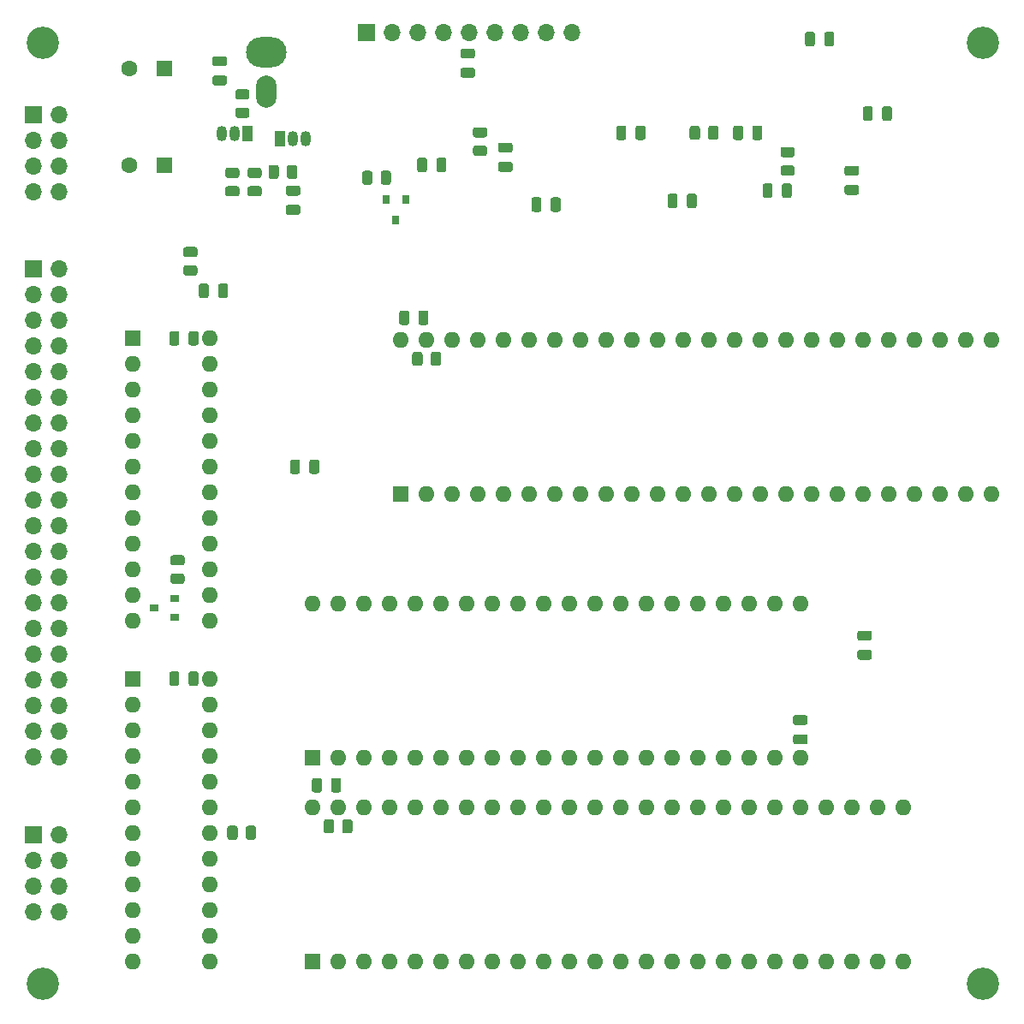
<source format=gbr>
%TF.GenerationSoftware,KiCad,Pcbnew,(5.1.9)-1*%
%TF.CreationDate,2022-02-06T01:16:42-05:00*%
%TF.ProjectId,main,6d61696e-2e6b-4696-9361-645f70636258,rev?*%
%TF.SameCoordinates,Original*%
%TF.FileFunction,Soldermask,Bot*%
%TF.FilePolarity,Negative*%
%FSLAX46Y46*%
G04 Gerber Fmt 4.6, Leading zero omitted, Abs format (unit mm)*
G04 Created by KiCad (PCBNEW (5.1.9)-1) date 2022-02-06 01:16:42*
%MOMM*%
%LPD*%
G01*
G04 APERTURE LIST*
%ADD10O,1.700000X1.700000*%
%ADD11R,1.700000X1.700000*%
%ADD12R,1.050000X1.500000*%
%ADD13O,1.050000X1.500000*%
%ADD14O,4.000000X3.000000*%
%ADD15O,2.000000X3.200000*%
%ADD16R,0.800000X0.900000*%
%ADD17R,0.900000X0.800000*%
%ADD18O,1.600000X1.600000*%
%ADD19R,1.600000X1.600000*%
%ADD20C,3.200000*%
%ADD21C,1.600000*%
G04 APERTURE END LIST*
%TO.C,C18*%
G36*
G01*
X41475000Y-25800000D02*
X40525000Y-25800000D01*
G75*
G02*
X40275000Y-25550000I0J250000D01*
G01*
X40275000Y-25050000D01*
G75*
G02*
X40525000Y-24800000I250000J0D01*
G01*
X41475000Y-24800000D01*
G75*
G02*
X41725000Y-25050000I0J-250000D01*
G01*
X41725000Y-25550000D01*
G75*
G02*
X41475000Y-25800000I-250000J0D01*
G01*
G37*
G36*
G01*
X41475000Y-27700000D02*
X40525000Y-27700000D01*
G75*
G02*
X40275000Y-27450000I0J250000D01*
G01*
X40275000Y-26950000D01*
G75*
G02*
X40525000Y-26700000I250000J0D01*
G01*
X41475000Y-26700000D01*
G75*
G02*
X41725000Y-26950000I0J-250000D01*
G01*
X41725000Y-27450000D01*
G75*
G02*
X41475000Y-27700000I-250000J0D01*
G01*
G37*
%TD*%
D10*
%TO.C,J4*%
X75820000Y-22500000D03*
X73280000Y-22500000D03*
X70740000Y-22500000D03*
X68200000Y-22500000D03*
X65660000Y-22500000D03*
X63120000Y-22500000D03*
X60580000Y-22500000D03*
X58040000Y-22500000D03*
D11*
X55500000Y-22500000D03*
%TD*%
%TO.C,R7*%
G36*
G01*
X42799999Y-29900000D02*
X43700001Y-29900000D01*
G75*
G02*
X43950000Y-30149999I0J-249999D01*
G01*
X43950000Y-30675001D01*
G75*
G02*
X43700001Y-30925000I-249999J0D01*
G01*
X42799999Y-30925000D01*
G75*
G02*
X42550000Y-30675001I0J249999D01*
G01*
X42550000Y-30149999D01*
G75*
G02*
X42799999Y-29900000I249999J0D01*
G01*
G37*
G36*
G01*
X42799999Y-28075000D02*
X43700001Y-28075000D01*
G75*
G02*
X43950000Y-28324999I0J-249999D01*
G01*
X43950000Y-28850001D01*
G75*
G02*
X43700001Y-29100000I-249999J0D01*
G01*
X42799999Y-29100000D01*
G75*
G02*
X42550000Y-28850001I0J249999D01*
G01*
X42550000Y-28324999D01*
G75*
G02*
X42799999Y-28075000I249999J0D01*
G01*
G37*
%TD*%
D12*
%TO.C,Q3*%
X47000000Y-33000000D03*
D13*
X49540000Y-33000000D03*
X48270000Y-33000000D03*
%TD*%
D14*
%TO.C,J3*%
X45650000Y-24400000D03*
D15*
X45650000Y-28300000D03*
%TD*%
%TO.C,R11*%
G36*
G01*
X56115000Y-36379999D02*
X56115000Y-37280001D01*
G75*
G02*
X55865001Y-37530000I-249999J0D01*
G01*
X55339999Y-37530000D01*
G75*
G02*
X55090000Y-37280001I0J249999D01*
G01*
X55090000Y-36379999D01*
G75*
G02*
X55339999Y-36130000I249999J0D01*
G01*
X55865001Y-36130000D01*
G75*
G02*
X56115000Y-36379999I0J-249999D01*
G01*
G37*
G36*
G01*
X57940000Y-36379999D02*
X57940000Y-37280001D01*
G75*
G02*
X57690001Y-37530000I-249999J0D01*
G01*
X57164999Y-37530000D01*
G75*
G02*
X56915000Y-37280001I0J249999D01*
G01*
X56915000Y-36379999D01*
G75*
G02*
X57164999Y-36130000I249999J0D01*
G01*
X57690001Y-36130000D01*
G75*
G02*
X57940000Y-36379999I0J-249999D01*
G01*
G37*
%TD*%
%TO.C,R8*%
G36*
G01*
X37280001Y-75165000D02*
X36379999Y-75165000D01*
G75*
G02*
X36130000Y-74915001I0J249999D01*
G01*
X36130000Y-74389999D01*
G75*
G02*
X36379999Y-74140000I249999J0D01*
G01*
X37280001Y-74140000D01*
G75*
G02*
X37530000Y-74389999I0J-249999D01*
G01*
X37530000Y-74915001D01*
G75*
G02*
X37280001Y-75165000I-249999J0D01*
G01*
G37*
G36*
G01*
X37280001Y-76990000D02*
X36379999Y-76990000D01*
G75*
G02*
X36130000Y-76740001I0J249999D01*
G01*
X36130000Y-76214999D01*
G75*
G02*
X36379999Y-75965000I249999J0D01*
G01*
X37280001Y-75965000D01*
G75*
G02*
X37530000Y-76214999I0J-249999D01*
G01*
X37530000Y-76740001D01*
G75*
G02*
X37280001Y-76990000I-249999J0D01*
G01*
G37*
%TD*%
%TO.C,R3*%
G36*
G01*
X42780000Y-101149999D02*
X42780000Y-102050001D01*
G75*
G02*
X42530001Y-102300000I-249999J0D01*
G01*
X42004999Y-102300000D01*
G75*
G02*
X41755000Y-102050001I0J249999D01*
G01*
X41755000Y-101149999D01*
G75*
G02*
X42004999Y-100900000I249999J0D01*
G01*
X42530001Y-100900000D01*
G75*
G02*
X42780000Y-101149999I0J-249999D01*
G01*
G37*
G36*
G01*
X44605000Y-101149999D02*
X44605000Y-102050001D01*
G75*
G02*
X44355001Y-102300000I-249999J0D01*
G01*
X43829999Y-102300000D01*
G75*
G02*
X43580000Y-102050001I0J249999D01*
G01*
X43580000Y-101149999D01*
G75*
G02*
X43829999Y-100900000I249999J0D01*
G01*
X44355001Y-100900000D01*
G75*
G02*
X44605000Y-101149999I0J-249999D01*
G01*
G37*
%TD*%
D16*
%TO.C,Q4*%
X58420000Y-41005000D03*
X59370000Y-39005000D03*
X57470000Y-39005000D03*
%TD*%
D17*
%TO.C,Q2*%
X34560000Y-79375000D03*
X36560000Y-80325000D03*
X36560000Y-78425000D03*
%TD*%
%TO.C,C17*%
G36*
G01*
X48735000Y-38605000D02*
X47785000Y-38605000D01*
G75*
G02*
X47535000Y-38355000I0J250000D01*
G01*
X47535000Y-37855000D01*
G75*
G02*
X47785000Y-37605000I250000J0D01*
G01*
X48735000Y-37605000D01*
G75*
G02*
X48985000Y-37855000I0J-250000D01*
G01*
X48985000Y-38355000D01*
G75*
G02*
X48735000Y-38605000I-250000J0D01*
G01*
G37*
G36*
G01*
X48735000Y-40505000D02*
X47785000Y-40505000D01*
G75*
G02*
X47535000Y-40255000I0J250000D01*
G01*
X47535000Y-39755000D01*
G75*
G02*
X47785000Y-39505000I250000J0D01*
G01*
X48735000Y-39505000D01*
G75*
G02*
X48985000Y-39755000I0J-250000D01*
G01*
X48985000Y-40255000D01*
G75*
G02*
X48735000Y-40505000I-250000J0D01*
G01*
G37*
%TD*%
%TO.C,C16*%
G36*
G01*
X87191000Y-39591000D02*
X87191000Y-38641000D01*
G75*
G02*
X87441000Y-38391000I250000J0D01*
G01*
X87941000Y-38391000D01*
G75*
G02*
X88191000Y-38641000I0J-250000D01*
G01*
X88191000Y-39591000D01*
G75*
G02*
X87941000Y-39841000I-250000J0D01*
G01*
X87441000Y-39841000D01*
G75*
G02*
X87191000Y-39591000I0J250000D01*
G01*
G37*
G36*
G01*
X85291000Y-39591000D02*
X85291000Y-38641000D01*
G75*
G02*
X85541000Y-38391000I250000J0D01*
G01*
X86041000Y-38391000D01*
G75*
G02*
X86291000Y-38641000I0J-250000D01*
G01*
X86291000Y-39591000D01*
G75*
G02*
X86041000Y-39841000I-250000J0D01*
G01*
X85541000Y-39841000D01*
G75*
G02*
X85291000Y-39591000I0J250000D01*
G01*
G37*
%TD*%
%TO.C,C15*%
G36*
G01*
X40836000Y-48481000D02*
X40836000Y-47531000D01*
G75*
G02*
X41086000Y-47281000I250000J0D01*
G01*
X41586000Y-47281000D01*
G75*
G02*
X41836000Y-47531000I0J-250000D01*
G01*
X41836000Y-48481000D01*
G75*
G02*
X41586000Y-48731000I-250000J0D01*
G01*
X41086000Y-48731000D01*
G75*
G02*
X40836000Y-48481000I0J250000D01*
G01*
G37*
G36*
G01*
X38936000Y-48481000D02*
X38936000Y-47531000D01*
G75*
G02*
X39186000Y-47281000I250000J0D01*
G01*
X39686000Y-47281000D01*
G75*
G02*
X39936000Y-47531000I0J-250000D01*
G01*
X39936000Y-48481000D01*
G75*
G02*
X39686000Y-48731000I-250000J0D01*
G01*
X39186000Y-48731000D01*
G75*
G02*
X38936000Y-48481000I0J250000D01*
G01*
G37*
%TD*%
%TO.C,C14*%
G36*
G01*
X99880000Y-22639000D02*
X99880000Y-23589000D01*
G75*
G02*
X99630000Y-23839000I-250000J0D01*
G01*
X99130000Y-23839000D01*
G75*
G02*
X98880000Y-23589000I0J250000D01*
G01*
X98880000Y-22639000D01*
G75*
G02*
X99130000Y-22389000I250000J0D01*
G01*
X99630000Y-22389000D01*
G75*
G02*
X99880000Y-22639000I0J-250000D01*
G01*
G37*
G36*
G01*
X101780000Y-22639000D02*
X101780000Y-23589000D01*
G75*
G02*
X101530000Y-23839000I-250000J0D01*
G01*
X101030000Y-23839000D01*
G75*
G02*
X100780000Y-23589000I0J250000D01*
G01*
X100780000Y-22639000D01*
G75*
G02*
X101030000Y-22389000I250000J0D01*
G01*
X101530000Y-22389000D01*
G75*
G02*
X101780000Y-22639000I0J-250000D01*
G01*
G37*
%TD*%
%TO.C,C13*%
G36*
G01*
X68775000Y-35250000D02*
X69725000Y-35250000D01*
G75*
G02*
X69975000Y-35500000I0J-250000D01*
G01*
X69975000Y-36000000D01*
G75*
G02*
X69725000Y-36250000I-250000J0D01*
G01*
X68775000Y-36250000D01*
G75*
G02*
X68525000Y-36000000I0J250000D01*
G01*
X68525000Y-35500000D01*
G75*
G02*
X68775000Y-35250000I250000J0D01*
G01*
G37*
G36*
G01*
X68775000Y-33350000D02*
X69725000Y-33350000D01*
G75*
G02*
X69975000Y-33600000I0J-250000D01*
G01*
X69975000Y-34100000D01*
G75*
G02*
X69725000Y-34350000I-250000J0D01*
G01*
X68775000Y-34350000D01*
G75*
G02*
X68525000Y-34100000I0J250000D01*
G01*
X68525000Y-33600000D01*
G75*
G02*
X68775000Y-33350000I250000J0D01*
G01*
G37*
%TD*%
%TO.C,C12*%
G36*
G01*
X103030000Y-37534000D02*
X103980000Y-37534000D01*
G75*
G02*
X104230000Y-37784000I0J-250000D01*
G01*
X104230000Y-38284000D01*
G75*
G02*
X103980000Y-38534000I-250000J0D01*
G01*
X103030000Y-38534000D01*
G75*
G02*
X102780000Y-38284000I0J250000D01*
G01*
X102780000Y-37784000D01*
G75*
G02*
X103030000Y-37534000I250000J0D01*
G01*
G37*
G36*
G01*
X103030000Y-35634000D02*
X103980000Y-35634000D01*
G75*
G02*
X104230000Y-35884000I0J-250000D01*
G01*
X104230000Y-36384000D01*
G75*
G02*
X103980000Y-36634000I-250000J0D01*
G01*
X103030000Y-36634000D01*
G75*
G02*
X102780000Y-36384000I0J250000D01*
G01*
X102780000Y-35884000D01*
G75*
G02*
X103030000Y-35634000I250000J0D01*
G01*
G37*
%TD*%
%TO.C,C11*%
G36*
G01*
X93668000Y-32860000D02*
X93668000Y-31910000D01*
G75*
G02*
X93918000Y-31660000I250000J0D01*
G01*
X94418000Y-31660000D01*
G75*
G02*
X94668000Y-31910000I0J-250000D01*
G01*
X94668000Y-32860000D01*
G75*
G02*
X94418000Y-33110000I-250000J0D01*
G01*
X93918000Y-33110000D01*
G75*
G02*
X93668000Y-32860000I0J250000D01*
G01*
G37*
G36*
G01*
X91768000Y-32860000D02*
X91768000Y-31910000D01*
G75*
G02*
X92018000Y-31660000I250000J0D01*
G01*
X92518000Y-31660000D01*
G75*
G02*
X92768000Y-31910000I0J-250000D01*
G01*
X92768000Y-32860000D01*
G75*
G02*
X92518000Y-33110000I-250000J0D01*
G01*
X92018000Y-33110000D01*
G75*
G02*
X91768000Y-32860000I0J250000D01*
G01*
G37*
%TD*%
%TO.C,C10*%
G36*
G01*
X82111000Y-32860000D02*
X82111000Y-31910000D01*
G75*
G02*
X82361000Y-31660000I250000J0D01*
G01*
X82861000Y-31660000D01*
G75*
G02*
X83111000Y-31910000I0J-250000D01*
G01*
X83111000Y-32860000D01*
G75*
G02*
X82861000Y-33110000I-250000J0D01*
G01*
X82361000Y-33110000D01*
G75*
G02*
X82111000Y-32860000I0J250000D01*
G01*
G37*
G36*
G01*
X80211000Y-32860000D02*
X80211000Y-31910000D01*
G75*
G02*
X80461000Y-31660000I250000J0D01*
G01*
X80961000Y-31660000D01*
G75*
G02*
X81211000Y-31910000I0J-250000D01*
G01*
X81211000Y-32860000D01*
G75*
G02*
X80961000Y-33110000I-250000J0D01*
G01*
X80461000Y-33110000D01*
G75*
G02*
X80211000Y-32860000I0J250000D01*
G01*
G37*
%TD*%
%TO.C,C9*%
G36*
G01*
X72829000Y-39010000D02*
X72829000Y-39960000D01*
G75*
G02*
X72579000Y-40210000I-250000J0D01*
G01*
X72079000Y-40210000D01*
G75*
G02*
X71829000Y-39960000I0J250000D01*
G01*
X71829000Y-39010000D01*
G75*
G02*
X72079000Y-38760000I250000J0D01*
G01*
X72579000Y-38760000D01*
G75*
G02*
X72829000Y-39010000I0J-250000D01*
G01*
G37*
G36*
G01*
X74729000Y-39010000D02*
X74729000Y-39960000D01*
G75*
G02*
X74479000Y-40210000I-250000J0D01*
G01*
X73979000Y-40210000D01*
G75*
G02*
X73729000Y-39960000I0J250000D01*
G01*
X73729000Y-39010000D01*
G75*
G02*
X73979000Y-38760000I250000J0D01*
G01*
X74479000Y-38760000D01*
G75*
G02*
X74729000Y-39010000I0J-250000D01*
G01*
G37*
%TD*%
%TO.C,C8*%
G36*
G01*
X95689000Y-37625000D02*
X95689000Y-38575000D01*
G75*
G02*
X95439000Y-38825000I-250000J0D01*
G01*
X94939000Y-38825000D01*
G75*
G02*
X94689000Y-38575000I0J250000D01*
G01*
X94689000Y-37625000D01*
G75*
G02*
X94939000Y-37375000I250000J0D01*
G01*
X95439000Y-37375000D01*
G75*
G02*
X95689000Y-37625000I0J-250000D01*
G01*
G37*
G36*
G01*
X97589000Y-37625000D02*
X97589000Y-38575000D01*
G75*
G02*
X97339000Y-38825000I-250000J0D01*
G01*
X96839000Y-38825000D01*
G75*
G02*
X96589000Y-38575000I0J250000D01*
G01*
X96589000Y-37625000D01*
G75*
G02*
X96839000Y-37375000I250000J0D01*
G01*
X97339000Y-37375000D01*
G75*
G02*
X97589000Y-37625000I0J-250000D01*
G01*
G37*
%TD*%
%TO.C,C7*%
G36*
G01*
X61526000Y-35085000D02*
X61526000Y-36035000D01*
G75*
G02*
X61276000Y-36285000I-250000J0D01*
G01*
X60776000Y-36285000D01*
G75*
G02*
X60526000Y-36035000I0J250000D01*
G01*
X60526000Y-35085000D01*
G75*
G02*
X60776000Y-34835000I250000J0D01*
G01*
X61276000Y-34835000D01*
G75*
G02*
X61526000Y-35085000I0J-250000D01*
G01*
G37*
G36*
G01*
X63426000Y-35085000D02*
X63426000Y-36035000D01*
G75*
G02*
X63176000Y-36285000I-250000J0D01*
G01*
X62676000Y-36285000D01*
G75*
G02*
X62426000Y-36035000I0J250000D01*
G01*
X62426000Y-35085000D01*
G75*
G02*
X62676000Y-34835000I250000J0D01*
G01*
X63176000Y-34835000D01*
G75*
G02*
X63426000Y-35085000I0J-250000D01*
G01*
G37*
%TD*%
%TO.C,R12*%
G36*
G01*
X96704999Y-35602500D02*
X97605001Y-35602500D01*
G75*
G02*
X97855000Y-35852499I0J-249999D01*
G01*
X97855000Y-36377501D01*
G75*
G02*
X97605001Y-36627500I-249999J0D01*
G01*
X96704999Y-36627500D01*
G75*
G02*
X96455000Y-36377501I0J249999D01*
G01*
X96455000Y-35852499D01*
G75*
G02*
X96704999Y-35602500I249999J0D01*
G01*
G37*
G36*
G01*
X96704999Y-33777500D02*
X97605001Y-33777500D01*
G75*
G02*
X97855000Y-34027499I0J-249999D01*
G01*
X97855000Y-34552501D01*
G75*
G02*
X97605001Y-34802500I-249999J0D01*
G01*
X96704999Y-34802500D01*
G75*
G02*
X96455000Y-34552501I0J249999D01*
G01*
X96455000Y-34027499D01*
G75*
G02*
X96704999Y-33777500I249999J0D01*
G01*
G37*
%TD*%
%TO.C,R9*%
G36*
G01*
X46850000Y-35799999D02*
X46850000Y-36700001D01*
G75*
G02*
X46600001Y-36950000I-249999J0D01*
G01*
X46074999Y-36950000D01*
G75*
G02*
X45825000Y-36700001I0J249999D01*
G01*
X45825000Y-35799999D01*
G75*
G02*
X46074999Y-35550000I249999J0D01*
G01*
X46600001Y-35550000D01*
G75*
G02*
X46850000Y-35799999I0J-249999D01*
G01*
G37*
G36*
G01*
X48675000Y-35799999D02*
X48675000Y-36700001D01*
G75*
G02*
X48425001Y-36950000I-249999J0D01*
G01*
X47899999Y-36950000D01*
G75*
G02*
X47650000Y-36700001I0J249999D01*
G01*
X47650000Y-35799999D01*
G75*
G02*
X47899999Y-35550000I249999J0D01*
G01*
X48425001Y-35550000D01*
G75*
G02*
X48675000Y-35799999I0J-249999D01*
G01*
G37*
%TD*%
%TO.C,R6*%
G36*
G01*
X43999999Y-37650000D02*
X44900001Y-37650000D01*
G75*
G02*
X45150000Y-37899999I0J-249999D01*
G01*
X45150000Y-38425001D01*
G75*
G02*
X44900001Y-38675000I-249999J0D01*
G01*
X43999999Y-38675000D01*
G75*
G02*
X43750000Y-38425001I0J249999D01*
G01*
X43750000Y-37899999D01*
G75*
G02*
X43999999Y-37650000I249999J0D01*
G01*
G37*
G36*
G01*
X43999999Y-35825000D02*
X44900001Y-35825000D01*
G75*
G02*
X45150000Y-36074999I0J-249999D01*
G01*
X45150000Y-36600001D01*
G75*
G02*
X44900001Y-36850000I-249999J0D01*
G01*
X43999999Y-36850000D01*
G75*
G02*
X43750000Y-36600001I0J249999D01*
G01*
X43750000Y-36074999D01*
G75*
G02*
X43999999Y-35825000I249999J0D01*
G01*
G37*
%TD*%
%TO.C,R5*%
G36*
G01*
X41799999Y-37650000D02*
X42700001Y-37650000D01*
G75*
G02*
X42950000Y-37899999I0J-249999D01*
G01*
X42950000Y-38425001D01*
G75*
G02*
X42700001Y-38675000I-249999J0D01*
G01*
X41799999Y-38675000D01*
G75*
G02*
X41550000Y-38425001I0J249999D01*
G01*
X41550000Y-37899999D01*
G75*
G02*
X41799999Y-37650000I249999J0D01*
G01*
G37*
G36*
G01*
X41799999Y-35825000D02*
X42700001Y-35825000D01*
G75*
G02*
X42950000Y-36074999I0J-249999D01*
G01*
X42950000Y-36600001D01*
G75*
G02*
X42700001Y-36850000I-249999J0D01*
G01*
X41799999Y-36850000D01*
G75*
G02*
X41550000Y-36600001I0J249999D01*
G01*
X41550000Y-36074999D01*
G75*
G02*
X41799999Y-35825000I249999J0D01*
G01*
G37*
%TD*%
D12*
%TO.C,Q1*%
X43750000Y-32500000D03*
D13*
X41210000Y-32500000D03*
X42480000Y-32500000D03*
%TD*%
%TO.C,R1*%
G36*
G01*
X37649999Y-45485000D02*
X38550001Y-45485000D01*
G75*
G02*
X38800000Y-45734999I0J-249999D01*
G01*
X38800000Y-46260001D01*
G75*
G02*
X38550001Y-46510000I-249999J0D01*
G01*
X37649999Y-46510000D01*
G75*
G02*
X37400000Y-46260001I0J249999D01*
G01*
X37400000Y-45734999D01*
G75*
G02*
X37649999Y-45485000I249999J0D01*
G01*
G37*
G36*
G01*
X37649999Y-43660000D02*
X38550001Y-43660000D01*
G75*
G02*
X38800000Y-43909999I0J-249999D01*
G01*
X38800000Y-44435001D01*
G75*
G02*
X38550001Y-44685000I-249999J0D01*
G01*
X37649999Y-44685000D01*
G75*
G02*
X37400000Y-44435001I0J249999D01*
G01*
X37400000Y-43909999D01*
G75*
G02*
X37649999Y-43660000I249999J0D01*
G01*
G37*
%TD*%
D18*
%TO.C,U11*%
X40005000Y-52705000D03*
X32385000Y-80645000D03*
X40005000Y-55245000D03*
X32385000Y-78105000D03*
X40005000Y-57785000D03*
X32385000Y-75565000D03*
X40005000Y-60325000D03*
X32385000Y-73025000D03*
X40005000Y-62865000D03*
X32385000Y-70485000D03*
X40005000Y-65405000D03*
X32385000Y-67945000D03*
X40005000Y-67945000D03*
X32385000Y-65405000D03*
X40005000Y-70485000D03*
X32385000Y-62865000D03*
X40005000Y-73025000D03*
X32385000Y-60325000D03*
X40005000Y-75565000D03*
X32385000Y-57785000D03*
X40005000Y-78105000D03*
X32385000Y-55245000D03*
X40005000Y-80645000D03*
D19*
X32385000Y-52705000D03*
%TD*%
D18*
%TO.C,U15*%
X58928000Y-52832000D03*
X117348000Y-68072000D03*
X61468000Y-52832000D03*
X114808000Y-68072000D03*
X64008000Y-52832000D03*
X112268000Y-68072000D03*
X66548000Y-52832000D03*
X109728000Y-68072000D03*
X69088000Y-52832000D03*
X107188000Y-68072000D03*
X71628000Y-52832000D03*
X104648000Y-68072000D03*
X74168000Y-52832000D03*
X102108000Y-68072000D03*
X76708000Y-52832000D03*
X99568000Y-68072000D03*
X79248000Y-52832000D03*
X97028000Y-68072000D03*
X81788000Y-52832000D03*
X94488000Y-68072000D03*
X84328000Y-52832000D03*
X91948000Y-68072000D03*
X86868000Y-52832000D03*
X89408000Y-68072000D03*
X89408000Y-52832000D03*
X86868000Y-68072000D03*
X91948000Y-52832000D03*
X84328000Y-68072000D03*
X94488000Y-52832000D03*
X81788000Y-68072000D03*
X97028000Y-52832000D03*
X79248000Y-68072000D03*
X99568000Y-52832000D03*
X76708000Y-68072000D03*
X102108000Y-52832000D03*
X74168000Y-68072000D03*
X104648000Y-52832000D03*
X71628000Y-68072000D03*
X107188000Y-52832000D03*
X69088000Y-68072000D03*
X109728000Y-52832000D03*
X66548000Y-68072000D03*
X112268000Y-52832000D03*
X64008000Y-68072000D03*
X114808000Y-52832000D03*
X61468000Y-68072000D03*
X117348000Y-52832000D03*
D19*
X58928000Y-68072000D03*
%TD*%
D18*
%TO.C,U9*%
X50165000Y-78960700D03*
X98425000Y-94200700D03*
X52705000Y-78960700D03*
X95885000Y-94200700D03*
X55245000Y-78960700D03*
X93345000Y-94200700D03*
X57785000Y-78960700D03*
X90805000Y-94200700D03*
X60325000Y-78960700D03*
X88265000Y-94200700D03*
X62865000Y-78960700D03*
X85725000Y-94200700D03*
X65405000Y-78960700D03*
X83185000Y-94200700D03*
X67945000Y-78960700D03*
X80645000Y-94200700D03*
X70485000Y-78960700D03*
X78105000Y-94200700D03*
X73025000Y-78960700D03*
X75565000Y-94200700D03*
X75565000Y-78960700D03*
X73025000Y-94200700D03*
X78105000Y-78960700D03*
X70485000Y-94200700D03*
X80645000Y-78960700D03*
X67945000Y-94200700D03*
X83185000Y-78960700D03*
X65405000Y-94200700D03*
X85725000Y-78960700D03*
X62865000Y-94200700D03*
X88265000Y-78960700D03*
X60325000Y-94200700D03*
X90805000Y-78960700D03*
X57785000Y-94200700D03*
X93345000Y-78960700D03*
X55245000Y-94200700D03*
X95885000Y-78960700D03*
X52705000Y-94200700D03*
X98425000Y-78960700D03*
D19*
X50165000Y-94200700D03*
%TD*%
D18*
%TO.C,U8*%
X50165000Y-99060000D03*
X108585000Y-114300000D03*
X52705000Y-99060000D03*
X106045000Y-114300000D03*
X55245000Y-99060000D03*
X103505000Y-114300000D03*
X57785000Y-99060000D03*
X100965000Y-114300000D03*
X60325000Y-99060000D03*
X98425000Y-114300000D03*
X62865000Y-99060000D03*
X95885000Y-114300000D03*
X65405000Y-99060000D03*
X93345000Y-114300000D03*
X67945000Y-99060000D03*
X90805000Y-114300000D03*
X70485000Y-99060000D03*
X88265000Y-114300000D03*
X73025000Y-99060000D03*
X85725000Y-114300000D03*
X75565000Y-99060000D03*
X83185000Y-114300000D03*
X78105000Y-99060000D03*
X80645000Y-114300000D03*
X80645000Y-99060000D03*
X78105000Y-114300000D03*
X83185000Y-99060000D03*
X75565000Y-114300000D03*
X85725000Y-99060000D03*
X73025000Y-114300000D03*
X88265000Y-99060000D03*
X70485000Y-114300000D03*
X90805000Y-99060000D03*
X67945000Y-114300000D03*
X93345000Y-99060000D03*
X65405000Y-114300000D03*
X95885000Y-99060000D03*
X62865000Y-114300000D03*
X98425000Y-99060000D03*
X60325000Y-114300000D03*
X100965000Y-99060000D03*
X57785000Y-114300000D03*
X103505000Y-99060000D03*
X55245000Y-114300000D03*
X106045000Y-99060000D03*
X52705000Y-114300000D03*
X108585000Y-99060000D03*
D19*
X50165000Y-114300000D03*
%TD*%
%TO.C,R13*%
G36*
G01*
X66299999Y-33650000D02*
X67200001Y-33650000D01*
G75*
G02*
X67450000Y-33899999I0J-249999D01*
G01*
X67450000Y-34425001D01*
G75*
G02*
X67200001Y-34675000I-249999J0D01*
G01*
X66299999Y-34675000D01*
G75*
G02*
X66050000Y-34425001I0J249999D01*
G01*
X66050000Y-33899999D01*
G75*
G02*
X66299999Y-33650000I249999J0D01*
G01*
G37*
G36*
G01*
X66299999Y-31825000D02*
X67200001Y-31825000D01*
G75*
G02*
X67450000Y-32074999I0J-249999D01*
G01*
X67450000Y-32600001D01*
G75*
G02*
X67200001Y-32850000I-249999J0D01*
G01*
X66299999Y-32850000D01*
G75*
G02*
X66050000Y-32600001I0J249999D01*
G01*
X66050000Y-32074999D01*
G75*
G02*
X66299999Y-31825000I249999J0D01*
G01*
G37*
%TD*%
%TO.C,R10*%
G36*
G01*
X61068000Y-54286999D02*
X61068000Y-55187001D01*
G75*
G02*
X60818001Y-55437000I-249999J0D01*
G01*
X60292999Y-55437000D01*
G75*
G02*
X60043000Y-55187001I0J249999D01*
G01*
X60043000Y-54286999D01*
G75*
G02*
X60292999Y-54037000I249999J0D01*
G01*
X60818001Y-54037000D01*
G75*
G02*
X61068000Y-54286999I0J-249999D01*
G01*
G37*
G36*
G01*
X62893000Y-54286999D02*
X62893000Y-55187001D01*
G75*
G02*
X62643001Y-55437000I-249999J0D01*
G01*
X62117999Y-55437000D01*
G75*
G02*
X61868000Y-55187001I0J249999D01*
G01*
X61868000Y-54286999D01*
G75*
G02*
X62117999Y-54037000I249999J0D01*
G01*
X62643001Y-54037000D01*
G75*
G02*
X62893000Y-54286999I0J-249999D01*
G01*
G37*
%TD*%
%TO.C,R4*%
G36*
G01*
X89300000Y-32835001D02*
X89300000Y-31934999D01*
G75*
G02*
X89549999Y-31685000I249999J0D01*
G01*
X90075001Y-31685000D01*
G75*
G02*
X90325000Y-31934999I0J-249999D01*
G01*
X90325000Y-32835001D01*
G75*
G02*
X90075001Y-33085000I-249999J0D01*
G01*
X89549999Y-33085000D01*
G75*
G02*
X89300000Y-32835001I0J249999D01*
G01*
G37*
G36*
G01*
X87475000Y-32835001D02*
X87475000Y-31934999D01*
G75*
G02*
X87724999Y-31685000I249999J0D01*
G01*
X88250001Y-31685000D01*
G75*
G02*
X88500000Y-31934999I0J-249999D01*
G01*
X88500000Y-32835001D01*
G75*
G02*
X88250001Y-33085000I-249999J0D01*
G01*
X87724999Y-33085000D01*
G75*
G02*
X87475000Y-32835001I0J249999D01*
G01*
G37*
%TD*%
%TO.C,R2*%
G36*
G01*
X53105000Y-101415001D02*
X53105000Y-100514999D01*
G75*
G02*
X53354999Y-100265000I249999J0D01*
G01*
X53880001Y-100265000D01*
G75*
G02*
X54130000Y-100514999I0J-249999D01*
G01*
X54130000Y-101415001D01*
G75*
G02*
X53880001Y-101665000I-249999J0D01*
G01*
X53354999Y-101665000D01*
G75*
G02*
X53105000Y-101415001I0J249999D01*
G01*
G37*
G36*
G01*
X51280000Y-101415001D02*
X51280000Y-100514999D01*
G75*
G02*
X51529999Y-100265000I249999J0D01*
G01*
X52055001Y-100265000D01*
G75*
G02*
X52305000Y-100514999I0J-249999D01*
G01*
X52305000Y-101415001D01*
G75*
G02*
X52055001Y-101665000I-249999J0D01*
G01*
X51529999Y-101665000D01*
G75*
G02*
X51280000Y-101415001I0J249999D01*
G01*
G37*
%TD*%
%TO.C,C22*%
G36*
G01*
X106495000Y-30955000D02*
X106495000Y-30005000D01*
G75*
G02*
X106745000Y-29755000I250000J0D01*
G01*
X107245000Y-29755000D01*
G75*
G02*
X107495000Y-30005000I0J-250000D01*
G01*
X107495000Y-30955000D01*
G75*
G02*
X107245000Y-31205000I-250000J0D01*
G01*
X106745000Y-31205000D01*
G75*
G02*
X106495000Y-30955000I0J250000D01*
G01*
G37*
G36*
G01*
X104595000Y-30955000D02*
X104595000Y-30005000D01*
G75*
G02*
X104845000Y-29755000I250000J0D01*
G01*
X105345000Y-29755000D01*
G75*
G02*
X105595000Y-30005000I0J-250000D01*
G01*
X105595000Y-30955000D01*
G75*
G02*
X105345000Y-31205000I-250000J0D01*
G01*
X104845000Y-31205000D01*
G75*
G02*
X104595000Y-30955000I0J250000D01*
G01*
G37*
%TD*%
%TO.C,C21*%
G36*
G01*
X37015000Y-52230000D02*
X37015000Y-53180000D01*
G75*
G02*
X36765000Y-53430000I-250000J0D01*
G01*
X36265000Y-53430000D01*
G75*
G02*
X36015000Y-53180000I0J250000D01*
G01*
X36015000Y-52230000D01*
G75*
G02*
X36265000Y-51980000I250000J0D01*
G01*
X36765000Y-51980000D01*
G75*
G02*
X37015000Y-52230000I0J-250000D01*
G01*
G37*
G36*
G01*
X38915000Y-52230000D02*
X38915000Y-53180000D01*
G75*
G02*
X38665000Y-53430000I-250000J0D01*
G01*
X38165000Y-53430000D01*
G75*
G02*
X37915000Y-53180000I0J250000D01*
G01*
X37915000Y-52230000D01*
G75*
G02*
X38165000Y-51980000I250000J0D01*
G01*
X38665000Y-51980000D01*
G75*
G02*
X38915000Y-52230000I0J-250000D01*
G01*
G37*
%TD*%
%TO.C,C19*%
G36*
G01*
X65057000Y-25950000D02*
X66007000Y-25950000D01*
G75*
G02*
X66257000Y-26200000I0J-250000D01*
G01*
X66257000Y-26700000D01*
G75*
G02*
X66007000Y-26950000I-250000J0D01*
G01*
X65057000Y-26950000D01*
G75*
G02*
X64807000Y-26700000I0J250000D01*
G01*
X64807000Y-26200000D01*
G75*
G02*
X65057000Y-25950000I250000J0D01*
G01*
G37*
G36*
G01*
X65057000Y-24050000D02*
X66007000Y-24050000D01*
G75*
G02*
X66257000Y-24300000I0J-250000D01*
G01*
X66257000Y-24800000D01*
G75*
G02*
X66007000Y-25050000I-250000J0D01*
G01*
X65057000Y-25050000D01*
G75*
G02*
X64807000Y-24800000I0J250000D01*
G01*
X64807000Y-24300000D01*
G75*
G02*
X65057000Y-24050000I250000J0D01*
G01*
G37*
%TD*%
%TO.C,C6*%
G36*
G01*
X60648000Y-51148000D02*
X60648000Y-50198000D01*
G75*
G02*
X60898000Y-49948000I250000J0D01*
G01*
X61398000Y-49948000D01*
G75*
G02*
X61648000Y-50198000I0J-250000D01*
G01*
X61648000Y-51148000D01*
G75*
G02*
X61398000Y-51398000I-250000J0D01*
G01*
X60898000Y-51398000D01*
G75*
G02*
X60648000Y-51148000I0J250000D01*
G01*
G37*
G36*
G01*
X58748000Y-51148000D02*
X58748000Y-50198000D01*
G75*
G02*
X58998000Y-49948000I250000J0D01*
G01*
X59498000Y-49948000D01*
G75*
G02*
X59748000Y-50198000I0J-250000D01*
G01*
X59748000Y-51148000D01*
G75*
G02*
X59498000Y-51398000I-250000J0D01*
G01*
X58998000Y-51398000D01*
G75*
G02*
X58748000Y-51148000I0J250000D01*
G01*
G37*
%TD*%
%TO.C,C5*%
G36*
G01*
X37015000Y-85885000D02*
X37015000Y-86835000D01*
G75*
G02*
X36765000Y-87085000I-250000J0D01*
G01*
X36265000Y-87085000D01*
G75*
G02*
X36015000Y-86835000I0J250000D01*
G01*
X36015000Y-85885000D01*
G75*
G02*
X36265000Y-85635000I250000J0D01*
G01*
X36765000Y-85635000D01*
G75*
G02*
X37015000Y-85885000I0J-250000D01*
G01*
G37*
G36*
G01*
X38915000Y-85885000D02*
X38915000Y-86835000D01*
G75*
G02*
X38665000Y-87085000I-250000J0D01*
G01*
X38165000Y-87085000D01*
G75*
G02*
X37915000Y-86835000I0J250000D01*
G01*
X37915000Y-85885000D01*
G75*
G02*
X38165000Y-85635000I250000J0D01*
G01*
X38665000Y-85635000D01*
G75*
G02*
X38915000Y-85885000I0J-250000D01*
G01*
G37*
%TD*%
%TO.C,C4*%
G36*
G01*
X49853000Y-65880000D02*
X49853000Y-64930000D01*
G75*
G02*
X50103000Y-64680000I250000J0D01*
G01*
X50603000Y-64680000D01*
G75*
G02*
X50853000Y-64930000I0J-250000D01*
G01*
X50853000Y-65880000D01*
G75*
G02*
X50603000Y-66130000I-250000J0D01*
G01*
X50103000Y-66130000D01*
G75*
G02*
X49853000Y-65880000I0J250000D01*
G01*
G37*
G36*
G01*
X47953000Y-65880000D02*
X47953000Y-64930000D01*
G75*
G02*
X48203000Y-64680000I250000J0D01*
G01*
X48703000Y-64680000D01*
G75*
G02*
X48953000Y-64930000I0J-250000D01*
G01*
X48953000Y-65880000D01*
G75*
G02*
X48703000Y-66130000I-250000J0D01*
G01*
X48203000Y-66130000D01*
G75*
G02*
X47953000Y-65880000I0J250000D01*
G01*
G37*
%TD*%
%TO.C,C3*%
G36*
G01*
X104300000Y-83508000D02*
X105250000Y-83508000D01*
G75*
G02*
X105500000Y-83758000I0J-250000D01*
G01*
X105500000Y-84258000D01*
G75*
G02*
X105250000Y-84508000I-250000J0D01*
G01*
X104300000Y-84508000D01*
G75*
G02*
X104050000Y-84258000I0J250000D01*
G01*
X104050000Y-83758000D01*
G75*
G02*
X104300000Y-83508000I250000J0D01*
G01*
G37*
G36*
G01*
X104300000Y-81608000D02*
X105250000Y-81608000D01*
G75*
G02*
X105500000Y-81858000I0J-250000D01*
G01*
X105500000Y-82358000D01*
G75*
G02*
X105250000Y-82608000I-250000J0D01*
G01*
X104300000Y-82608000D01*
G75*
G02*
X104050000Y-82358000I0J250000D01*
G01*
X104050000Y-81858000D01*
G75*
G02*
X104300000Y-81608000I250000J0D01*
G01*
G37*
%TD*%
%TO.C,C2*%
G36*
G01*
X98900000Y-90956700D02*
X97950000Y-90956700D01*
G75*
G02*
X97700000Y-90706700I0J250000D01*
G01*
X97700000Y-90206700D01*
G75*
G02*
X97950000Y-89956700I250000J0D01*
G01*
X98900000Y-89956700D01*
G75*
G02*
X99150000Y-90206700I0J-250000D01*
G01*
X99150000Y-90706700D01*
G75*
G02*
X98900000Y-90956700I-250000J0D01*
G01*
G37*
G36*
G01*
X98900000Y-92856700D02*
X97950000Y-92856700D01*
G75*
G02*
X97700000Y-92606700I0J250000D01*
G01*
X97700000Y-92106700D01*
G75*
G02*
X97950000Y-91856700I250000J0D01*
G01*
X98900000Y-91856700D01*
G75*
G02*
X99150000Y-92106700I0J-250000D01*
G01*
X99150000Y-92606700D01*
G75*
G02*
X98900000Y-92856700I-250000J0D01*
G01*
G37*
%TD*%
%TO.C,C1*%
G36*
G01*
X52012000Y-97376000D02*
X52012000Y-96426000D01*
G75*
G02*
X52262000Y-96176000I250000J0D01*
G01*
X52762000Y-96176000D01*
G75*
G02*
X53012000Y-96426000I0J-250000D01*
G01*
X53012000Y-97376000D01*
G75*
G02*
X52762000Y-97626000I-250000J0D01*
G01*
X52262000Y-97626000D01*
G75*
G02*
X52012000Y-97376000I0J250000D01*
G01*
G37*
G36*
G01*
X50112000Y-97376000D02*
X50112000Y-96426000D01*
G75*
G02*
X50362000Y-96176000I250000J0D01*
G01*
X50862000Y-96176000D01*
G75*
G02*
X51112000Y-96426000I0J-250000D01*
G01*
X51112000Y-97376000D01*
G75*
G02*
X50862000Y-97626000I-250000J0D01*
G01*
X50362000Y-97626000D01*
G75*
G02*
X50112000Y-97376000I0J250000D01*
G01*
G37*
%TD*%
D18*
%TO.C,U6*%
X40005000Y-86360000D03*
X32385000Y-114300000D03*
X40005000Y-88900000D03*
X32385000Y-111760000D03*
X40005000Y-91440000D03*
X32385000Y-109220000D03*
X40005000Y-93980000D03*
X32385000Y-106680000D03*
X40005000Y-96520000D03*
X32385000Y-104140000D03*
X40005000Y-99060000D03*
X32385000Y-101600000D03*
X40005000Y-101600000D03*
X32385000Y-99060000D03*
X40005000Y-104140000D03*
X32385000Y-96520000D03*
X40005000Y-106680000D03*
X32385000Y-93980000D03*
X40005000Y-109220000D03*
X32385000Y-91440000D03*
X40005000Y-111760000D03*
X32385000Y-88900000D03*
X40005000Y-114300000D03*
D19*
X32385000Y-86360000D03*
%TD*%
D20*
%TO.C,M4*%
X23500000Y-116500000D03*
%TD*%
%TO.C,M3*%
X23500000Y-23500000D03*
%TD*%
%TO.C,M2*%
X116500000Y-116500000D03*
%TD*%
%TO.C,M1*%
X116500000Y-23500000D03*
%TD*%
D21*
%TO.C,C20*%
X32060000Y-35560000D03*
D19*
X35560000Y-35560000D03*
%TD*%
D21*
%TO.C,C23*%
X32060000Y-26035000D03*
D19*
X35560000Y-26035000D03*
%TD*%
D11*
%TO.C,J1*%
X22540000Y-30600000D03*
D10*
X25080000Y-30600000D03*
X22540000Y-33140000D03*
X25080000Y-33140000D03*
X22540000Y-35680000D03*
X25080000Y-35680000D03*
X22540000Y-38220000D03*
X25080000Y-38220000D03*
%TD*%
%TO.C,J2*%
X25080000Y-109400000D03*
X22540000Y-109400000D03*
X25080000Y-106860000D03*
X22540000Y-106860000D03*
X25080000Y-104320000D03*
X22540000Y-104320000D03*
X25080000Y-101780000D03*
D11*
X22540000Y-101780000D03*
%TD*%
D10*
%TO.C,J5*%
X25080000Y-94130000D03*
X22540000Y-94130000D03*
X25080000Y-91590000D03*
X22540000Y-91590000D03*
X25080000Y-89050000D03*
X22540000Y-89050000D03*
X25080000Y-86510000D03*
X22540000Y-86510000D03*
X25080000Y-83970000D03*
X22540000Y-83970000D03*
X25080000Y-81430000D03*
X22540000Y-81430000D03*
X25080000Y-78890000D03*
X22540000Y-78890000D03*
X25080000Y-76350000D03*
X22540000Y-76350000D03*
X25080000Y-73810000D03*
X22540000Y-73810000D03*
X25080000Y-71270000D03*
X22540000Y-71270000D03*
X25080000Y-68730000D03*
X22540000Y-68730000D03*
X25080000Y-66190000D03*
X22540000Y-66190000D03*
X25080000Y-63650000D03*
X22540000Y-63650000D03*
X25080000Y-61110000D03*
X22540000Y-61110000D03*
X25080000Y-58570000D03*
X22540000Y-58570000D03*
X25080000Y-56030000D03*
X22540000Y-56030000D03*
X25080000Y-53490000D03*
X22540000Y-53490000D03*
X25080000Y-50950000D03*
X22540000Y-50950000D03*
X25080000Y-48410000D03*
X22540000Y-48410000D03*
X25080000Y-45870000D03*
D11*
X22540000Y-45870000D03*
%TD*%
M02*

</source>
